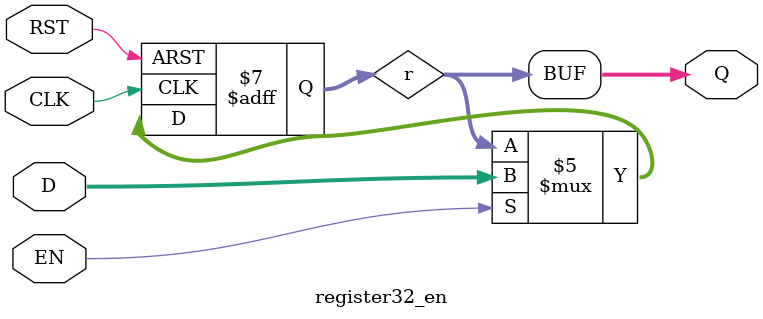
<source format=v>
module register32_en(input         CLK, 
						   input         RST,
						   input         EN,
						   input  [31:0] D, 
						   output [31:0] Q);

  reg [31:0] r;

  always @(posedge CLK or posedge RST)
	if (RST == 1)
		r = 0;
	else if (EN == 1)
		r = D;	

  assign Q = r;
endmodule

</source>
